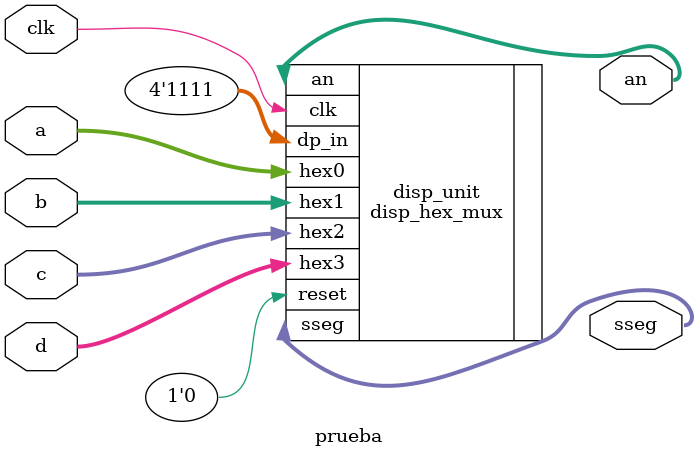
<source format=v>
`timescale 1ns / 1ps
module prueba(
   
		input wire clk,
		input wire [3:0] a, b, c, d,
		output wire [3:0] an,
		output wire [7:0] sseg
	);

	//Declaracion de señales

	//Instanciar el modulo de 7segmentos
	disp_hex_mux disp_unit
		(.clk(clk), .reset(1'b0),
		.hex3(d), .hex2(c), .hex1(b), .hex0(a),
		.dp_in(4'b1111), .an(an), .sseg(sseg));

endmodule

</source>
